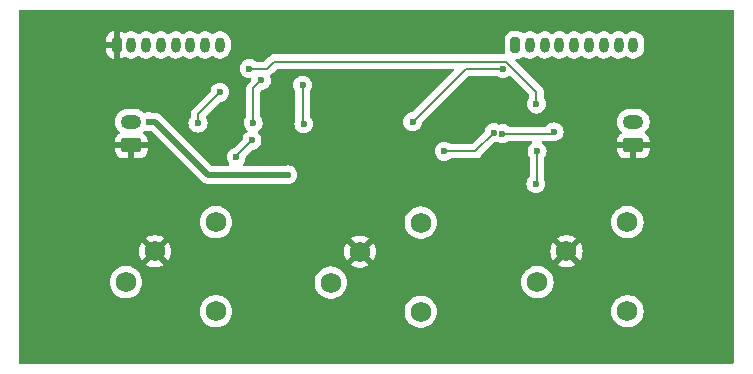
<source format=gbl>
G04 #@! TF.GenerationSoftware,KiCad,Pcbnew,8.0.8*
G04 #@! TF.CreationDate,2025-03-12T12:01:23+11:00*
G04 #@! TF.ProjectId,PCB_BackDesign,5043425f-4261-4636-9b44-657369676e2e,rev?*
G04 #@! TF.SameCoordinates,Original*
G04 #@! TF.FileFunction,Copper,L2,Bot*
G04 #@! TF.FilePolarity,Positive*
%FSLAX46Y46*%
G04 Gerber Fmt 4.6, Leading zero omitted, Abs format (unit mm)*
G04 Created by KiCad (PCBNEW 8.0.8) date 2025-03-12 12:01:23*
%MOMM*%
%LPD*%
G01*
G04 APERTURE LIST*
G04 Aperture macros list*
%AMRoundRect*
0 Rectangle with rounded corners*
0 $1 Rounding radius*
0 $2 $3 $4 $5 $6 $7 $8 $9 X,Y pos of 4 corners*
0 Add a 4 corners polygon primitive as box body*
4,1,4,$2,$3,$4,$5,$6,$7,$8,$9,$2,$3,0*
0 Add four circle primitives for the rounded corners*
1,1,$1+$1,$2,$3*
1,1,$1+$1,$4,$5*
1,1,$1+$1,$6,$7*
1,1,$1+$1,$8,$9*
0 Add four rect primitives between the rounded corners*
20,1,$1+$1,$2,$3,$4,$5,0*
20,1,$1+$1,$4,$5,$6,$7,0*
20,1,$1+$1,$6,$7,$8,$9,0*
20,1,$1+$1,$8,$9,$2,$3,0*%
G04 Aperture macros list end*
G04 #@! TA.AperFunction,ComponentPad*
%ADD10C,1.727200*%
G04 #@! TD*
G04 #@! TA.AperFunction,ComponentPad*
%ADD11RoundRect,0.200000X-0.200000X-0.450000X0.200000X-0.450000X0.200000X0.450000X-0.200000X0.450000X0*%
G04 #@! TD*
G04 #@! TA.AperFunction,ComponentPad*
%ADD12O,0.800000X1.300000*%
G04 #@! TD*
G04 #@! TA.AperFunction,ComponentPad*
%ADD13RoundRect,0.250000X0.625000X-0.350000X0.625000X0.350000X-0.625000X0.350000X-0.625000X-0.350000X0*%
G04 #@! TD*
G04 #@! TA.AperFunction,ComponentPad*
%ADD14O,1.750000X1.200000*%
G04 #@! TD*
G04 #@! TA.AperFunction,ViaPad*
%ADD15C,0.600000*%
G04 #@! TD*
G04 #@! TA.AperFunction,Conductor*
%ADD16C,0.200000*%
G04 #@! TD*
G04 #@! TA.AperFunction,Conductor*
%ADD17C,0.500000*%
G04 #@! TD*
G04 APERTURE END LIST*
D10*
X127156200Y-93543800D03*
X122000000Y-88463800D03*
X119536200Y-91080000D03*
X127156200Y-86000000D03*
X144500000Y-93580000D03*
X139343800Y-88500000D03*
X136880000Y-91116200D03*
X144500000Y-86036200D03*
X162000000Y-93543800D03*
X156843800Y-88463800D03*
X154380000Y-91080000D03*
X162000000Y-86000000D03*
D11*
X118750000Y-71000000D03*
D12*
X120000000Y-71000000D03*
X121250000Y-71000000D03*
X122500000Y-71000000D03*
X123750000Y-71000000D03*
X125000000Y-71000000D03*
X126250000Y-71000000D03*
X127500000Y-71000000D03*
D11*
X152500000Y-71000000D03*
D12*
X153750000Y-71000000D03*
X155000000Y-71000000D03*
X156250000Y-71000000D03*
X157500000Y-71000000D03*
X158750000Y-71000000D03*
X160000000Y-71000000D03*
X161250000Y-71000000D03*
X162500000Y-71000000D03*
D13*
X120000000Y-79500000D03*
D14*
X120000000Y-77500000D03*
D13*
X162500000Y-79500000D03*
D14*
X162500000Y-77500000D03*
D15*
X146496879Y-80002434D03*
X151425630Y-78501785D03*
X128875829Y-80506535D03*
X130212500Y-79072500D03*
X150695000Y-78420792D03*
X155800630Y-78350000D03*
X133250000Y-82000000D03*
X121500000Y-77500000D03*
X154250000Y-82750000D03*
X154350000Y-80000000D03*
X130000000Y-73000000D03*
X154300630Y-76000000D03*
X146000000Y-74000000D03*
X146000000Y-71000000D03*
X139000000Y-71000000D03*
X139000000Y-74000000D03*
X131000000Y-74000000D03*
X130320000Y-77572500D03*
X134500000Y-74400000D03*
X134607500Y-77682500D03*
X127500000Y-75000000D03*
X125645000Y-77610000D03*
X151500000Y-73000000D03*
X143821876Y-77500000D03*
D16*
X151425630Y-78501785D02*
X155648845Y-78501785D01*
X128875829Y-80506535D02*
X128875829Y-80409171D01*
X146496879Y-80002434D02*
X149113358Y-80002434D01*
X149113358Y-80002434D02*
X150695000Y-78420792D01*
X155648845Y-78501785D02*
X155800630Y-78350000D01*
X128875829Y-80409171D02*
X130212500Y-79072500D01*
D17*
X133250000Y-82000000D02*
X126500000Y-82000000D01*
X122000000Y-77500000D02*
X121500000Y-77500000D01*
X126500000Y-82000000D02*
X122000000Y-77500000D01*
D16*
X154250000Y-82750000D02*
X154350000Y-82650000D01*
X154350000Y-82650000D02*
X154350000Y-80000000D01*
X151748529Y-72400000D02*
X154300630Y-74952101D01*
X154300630Y-74952101D02*
X154300630Y-76000000D01*
X132100000Y-72400000D02*
X151748529Y-72400000D01*
X131500000Y-73000000D02*
X132100000Y-72400000D01*
X130000000Y-73000000D02*
X131500000Y-73000000D01*
X131000000Y-74000000D02*
X130320000Y-74680000D01*
X130320000Y-74680000D02*
X130320000Y-77572500D01*
X134500000Y-74400000D02*
X134500000Y-77575000D01*
X134500000Y-77575000D02*
X134607500Y-77682500D01*
X125645000Y-76855000D02*
X125645000Y-77610000D01*
X127500000Y-75000000D02*
X125645000Y-76855000D01*
X148321876Y-73000000D02*
X143821876Y-77500000D01*
X151500000Y-73000000D02*
X148321876Y-73000000D01*
G04 #@! TA.AperFunction,Conductor*
G36*
X170943039Y-68019685D02*
G01*
X170988794Y-68072489D01*
X171000000Y-68124000D01*
X171000000Y-97876000D01*
X170980315Y-97943039D01*
X170927511Y-97988794D01*
X170876000Y-98000000D01*
X110624000Y-98000000D01*
X110556961Y-97980315D01*
X110511206Y-97927511D01*
X110500000Y-97876000D01*
X110500000Y-93543793D01*
X125787425Y-93543793D01*
X125787425Y-93543806D01*
X125806092Y-93769089D01*
X125861588Y-93988239D01*
X125952398Y-94195266D01*
X126076042Y-94384516D01*
X126076050Y-94384527D01*
X126229150Y-94550836D01*
X126229154Y-94550840D01*
X126407551Y-94689693D01*
X126606369Y-94797288D01*
X126606372Y-94797289D01*
X126820182Y-94870690D01*
X126820184Y-94870690D01*
X126820186Y-94870691D01*
X127043167Y-94907900D01*
X127043168Y-94907900D01*
X127269232Y-94907900D01*
X127269233Y-94907900D01*
X127492214Y-94870691D01*
X127706031Y-94797288D01*
X127904849Y-94689693D01*
X128083246Y-94550840D01*
X128203024Y-94420727D01*
X128236349Y-94384527D01*
X128236350Y-94384525D01*
X128236356Y-94384519D01*
X128360002Y-94195265D01*
X128450811Y-93988241D01*
X128506307Y-93769093D01*
X128521975Y-93580006D01*
X128521976Y-93579993D01*
X143131225Y-93579993D01*
X143131225Y-93580006D01*
X143149892Y-93805289D01*
X143205388Y-94024439D01*
X143296198Y-94231466D01*
X143419842Y-94420716D01*
X143419850Y-94420727D01*
X143539629Y-94550840D01*
X143572954Y-94587040D01*
X143751351Y-94725893D01*
X143950169Y-94833488D01*
X143950172Y-94833489D01*
X144163982Y-94906890D01*
X144163984Y-94906890D01*
X144163986Y-94906891D01*
X144386967Y-94944100D01*
X144386968Y-94944100D01*
X144613032Y-94944100D01*
X144613033Y-94944100D01*
X144836014Y-94906891D01*
X145049831Y-94833488D01*
X145248649Y-94725893D01*
X145427046Y-94587040D01*
X145580156Y-94420719D01*
X145703802Y-94231465D01*
X145794611Y-94024441D01*
X145850107Y-93805293D01*
X145868775Y-93580000D01*
X145868775Y-93579993D01*
X145865775Y-93543793D01*
X160631225Y-93543793D01*
X160631225Y-93543806D01*
X160649892Y-93769089D01*
X160705388Y-93988239D01*
X160796198Y-94195266D01*
X160919842Y-94384516D01*
X160919850Y-94384527D01*
X161072950Y-94550836D01*
X161072954Y-94550840D01*
X161251351Y-94689693D01*
X161450169Y-94797288D01*
X161450172Y-94797289D01*
X161663982Y-94870690D01*
X161663984Y-94870690D01*
X161663986Y-94870691D01*
X161886967Y-94907900D01*
X161886968Y-94907900D01*
X162113032Y-94907900D01*
X162113033Y-94907900D01*
X162336014Y-94870691D01*
X162549831Y-94797288D01*
X162748649Y-94689693D01*
X162927046Y-94550840D01*
X163046824Y-94420727D01*
X163080149Y-94384527D01*
X163080150Y-94384525D01*
X163080156Y-94384519D01*
X163203802Y-94195265D01*
X163294611Y-93988241D01*
X163350107Y-93769093D01*
X163365775Y-93580006D01*
X163368775Y-93543806D01*
X163368775Y-93543793D01*
X163353107Y-93354710D01*
X163350107Y-93318507D01*
X163294611Y-93099359D01*
X163203802Y-92892335D01*
X163080156Y-92703081D01*
X163080153Y-92703078D01*
X163080149Y-92703072D01*
X162927049Y-92536763D01*
X162927048Y-92536762D01*
X162927046Y-92536760D01*
X162748649Y-92397907D01*
X162696503Y-92369687D01*
X162549832Y-92290312D01*
X162549827Y-92290310D01*
X162336017Y-92216909D01*
X162168778Y-92189002D01*
X162113033Y-92179700D01*
X161886967Y-92179700D01*
X161842370Y-92187141D01*
X161663982Y-92216909D01*
X161450172Y-92290310D01*
X161450167Y-92290312D01*
X161251352Y-92397906D01*
X161072955Y-92536759D01*
X161072950Y-92536763D01*
X160919850Y-92703072D01*
X160919842Y-92703083D01*
X160796198Y-92892333D01*
X160705388Y-93099360D01*
X160649892Y-93318510D01*
X160631225Y-93543793D01*
X145865775Y-93543793D01*
X145850107Y-93354710D01*
X145850107Y-93354707D01*
X145794611Y-93135559D01*
X145703802Y-92928535D01*
X145680151Y-92892335D01*
X145580157Y-92739283D01*
X145580149Y-92739272D01*
X145427049Y-92572963D01*
X145427048Y-92572962D01*
X145427046Y-92572960D01*
X145248649Y-92434107D01*
X145198358Y-92406891D01*
X145049832Y-92326512D01*
X145049827Y-92326510D01*
X144836017Y-92253109D01*
X144668778Y-92225202D01*
X144613033Y-92215900D01*
X144386967Y-92215900D01*
X144342370Y-92223341D01*
X144163982Y-92253109D01*
X143950172Y-92326510D01*
X143950167Y-92326512D01*
X143751352Y-92434106D01*
X143572955Y-92572959D01*
X143572950Y-92572963D01*
X143419850Y-92739272D01*
X143419842Y-92739283D01*
X143296198Y-92928533D01*
X143205388Y-93135560D01*
X143149892Y-93354710D01*
X143131225Y-93579993D01*
X128521976Y-93579993D01*
X128524975Y-93543806D01*
X128524975Y-93543793D01*
X128509307Y-93354710D01*
X128506307Y-93318507D01*
X128450811Y-93099359D01*
X128360002Y-92892335D01*
X128236356Y-92703081D01*
X128236353Y-92703078D01*
X128236349Y-92703072D01*
X128083249Y-92536763D01*
X128083248Y-92536762D01*
X128083246Y-92536760D01*
X127904849Y-92397907D01*
X127852703Y-92369687D01*
X127706032Y-92290312D01*
X127706027Y-92290310D01*
X127492217Y-92216909D01*
X127324978Y-92189002D01*
X127269233Y-92179700D01*
X127043167Y-92179700D01*
X126998570Y-92187141D01*
X126820182Y-92216909D01*
X126606372Y-92290310D01*
X126606367Y-92290312D01*
X126407552Y-92397906D01*
X126229155Y-92536759D01*
X126229150Y-92536763D01*
X126076050Y-92703072D01*
X126076042Y-92703083D01*
X125952398Y-92892333D01*
X125861588Y-93099360D01*
X125806092Y-93318510D01*
X125787425Y-93543793D01*
X110500000Y-93543793D01*
X110500000Y-91079993D01*
X118167425Y-91079993D01*
X118167425Y-91080006D01*
X118186092Y-91305289D01*
X118241588Y-91524439D01*
X118332398Y-91731466D01*
X118456042Y-91920716D01*
X118456050Y-91920727D01*
X118609150Y-92087036D01*
X118609154Y-92087040D01*
X118787551Y-92225893D01*
X118986369Y-92333488D01*
X118986372Y-92333489D01*
X119200182Y-92406890D01*
X119200184Y-92406890D01*
X119200186Y-92406891D01*
X119423167Y-92444100D01*
X119423168Y-92444100D01*
X119649232Y-92444100D01*
X119649233Y-92444100D01*
X119872214Y-92406891D01*
X120086031Y-92333488D01*
X120284849Y-92225893D01*
X120463246Y-92087040D01*
X120583024Y-91956927D01*
X120616349Y-91920727D01*
X120616350Y-91920725D01*
X120616356Y-91920719D01*
X120740002Y-91731465D01*
X120830811Y-91524441D01*
X120886307Y-91305293D01*
X120901975Y-91116206D01*
X120901976Y-91116193D01*
X135511225Y-91116193D01*
X135511225Y-91116206D01*
X135529892Y-91341489D01*
X135585388Y-91560639D01*
X135676198Y-91767666D01*
X135799842Y-91956916D01*
X135799850Y-91956927D01*
X135919629Y-92087040D01*
X135952954Y-92123240D01*
X136131351Y-92262093D01*
X136330169Y-92369688D01*
X136330172Y-92369689D01*
X136543982Y-92443090D01*
X136543984Y-92443090D01*
X136543986Y-92443091D01*
X136766967Y-92480300D01*
X136766968Y-92480300D01*
X136993032Y-92480300D01*
X136993033Y-92480300D01*
X137216014Y-92443091D01*
X137429831Y-92369688D01*
X137628649Y-92262093D01*
X137807046Y-92123240D01*
X137960156Y-91956919D01*
X138083802Y-91767665D01*
X138174611Y-91560641D01*
X138230107Y-91341493D01*
X138248775Y-91116200D01*
X138248775Y-91116193D01*
X138245775Y-91079993D01*
X153011225Y-91079993D01*
X153011225Y-91080006D01*
X153029892Y-91305289D01*
X153085388Y-91524439D01*
X153176198Y-91731466D01*
X153299842Y-91920716D01*
X153299850Y-91920727D01*
X153452950Y-92087036D01*
X153452954Y-92087040D01*
X153631351Y-92225893D01*
X153830169Y-92333488D01*
X153830172Y-92333489D01*
X154043982Y-92406890D01*
X154043984Y-92406890D01*
X154043986Y-92406891D01*
X154266967Y-92444100D01*
X154266968Y-92444100D01*
X154493032Y-92444100D01*
X154493033Y-92444100D01*
X154716014Y-92406891D01*
X154929831Y-92333488D01*
X155128649Y-92225893D01*
X155307046Y-92087040D01*
X155426824Y-91956927D01*
X155460149Y-91920727D01*
X155460150Y-91920725D01*
X155460156Y-91920719D01*
X155583802Y-91731465D01*
X155674611Y-91524441D01*
X155730107Y-91305293D01*
X155745775Y-91116206D01*
X155748775Y-91080006D01*
X155748775Y-91079993D01*
X155733107Y-90890910D01*
X155730107Y-90854707D01*
X155674611Y-90635559D01*
X155583802Y-90428535D01*
X155460156Y-90239281D01*
X155460153Y-90239278D01*
X155460149Y-90239272D01*
X155307049Y-90072963D01*
X155307048Y-90072962D01*
X155307046Y-90072960D01*
X155128649Y-89934107D01*
X154996723Y-89862712D01*
X154929832Y-89826512D01*
X154929827Y-89826510D01*
X154716017Y-89753109D01*
X154548778Y-89725202D01*
X154493033Y-89715900D01*
X154266967Y-89715900D01*
X154222370Y-89723341D01*
X154043982Y-89753109D01*
X153830172Y-89826510D01*
X153830167Y-89826512D01*
X153631352Y-89934106D01*
X153452955Y-90072959D01*
X153452950Y-90072963D01*
X153299850Y-90239272D01*
X153299842Y-90239283D01*
X153176198Y-90428533D01*
X153085388Y-90635560D01*
X153029892Y-90854710D01*
X153011225Y-91079993D01*
X138245775Y-91079993D01*
X138230107Y-90890910D01*
X138230107Y-90890907D01*
X138174611Y-90671759D01*
X138083802Y-90464735D01*
X138060151Y-90428535D01*
X137960157Y-90275483D01*
X137960149Y-90275472D01*
X137807049Y-90109163D01*
X137807048Y-90109162D01*
X137807046Y-90109160D01*
X137628649Y-89970307D01*
X137602390Y-89956096D01*
X137429832Y-89862712D01*
X137429827Y-89862710D01*
X137216017Y-89789309D01*
X137048778Y-89761402D01*
X136993033Y-89752100D01*
X136766967Y-89752100D01*
X136722370Y-89759541D01*
X136543982Y-89789309D01*
X136330172Y-89862710D01*
X136330167Y-89862712D01*
X136131352Y-89970306D01*
X135952955Y-90109159D01*
X135952950Y-90109163D01*
X135799850Y-90275472D01*
X135799842Y-90275483D01*
X135676198Y-90464733D01*
X135585388Y-90671760D01*
X135529892Y-90890910D01*
X135511225Y-91116193D01*
X120901976Y-91116193D01*
X120904975Y-91080006D01*
X120904975Y-91079993D01*
X120889307Y-90890910D01*
X120886307Y-90854707D01*
X120830811Y-90635559D01*
X120740002Y-90428535D01*
X120616356Y-90239281D01*
X120616353Y-90239278D01*
X120616349Y-90239272D01*
X120463249Y-90072963D01*
X120463248Y-90072962D01*
X120463246Y-90072960D01*
X120284849Y-89934107D01*
X120152923Y-89862712D01*
X120086032Y-89826512D01*
X120086027Y-89826510D01*
X119872217Y-89753109D01*
X119704978Y-89725202D01*
X119649233Y-89715900D01*
X119423167Y-89715900D01*
X119378570Y-89723341D01*
X119200182Y-89753109D01*
X118986372Y-89826510D01*
X118986367Y-89826512D01*
X118787552Y-89934106D01*
X118609155Y-90072959D01*
X118609150Y-90072963D01*
X118456050Y-90239272D01*
X118456042Y-90239283D01*
X118332398Y-90428533D01*
X118241588Y-90635560D01*
X118186092Y-90854710D01*
X118167425Y-91079993D01*
X110500000Y-91079993D01*
X110500000Y-88463793D01*
X120631727Y-88463793D01*
X120631727Y-88463806D01*
X120650386Y-88689002D01*
X120650388Y-88689013D01*
X120705863Y-88908078D01*
X120796638Y-89115022D01*
X120875111Y-89235135D01*
X121429878Y-88680368D01*
X121459779Y-88752554D01*
X121526492Y-88852398D01*
X121611402Y-88937308D01*
X121711246Y-89004021D01*
X121783431Y-89033921D01*
X121227139Y-89590212D01*
X121251628Y-89609272D01*
X121450369Y-89716827D01*
X121450375Y-89716829D01*
X121664106Y-89790203D01*
X121887010Y-89827400D01*
X122112990Y-89827400D01*
X122335893Y-89790203D01*
X122549624Y-89716829D01*
X122549639Y-89716822D01*
X122748367Y-89609275D01*
X122748377Y-89609268D01*
X122772859Y-89590213D01*
X122772860Y-89590212D01*
X122216568Y-89033921D01*
X122288754Y-89004021D01*
X122388598Y-88937308D01*
X122473508Y-88852398D01*
X122540221Y-88752554D01*
X122570121Y-88680369D01*
X123124887Y-89235135D01*
X123203359Y-89115027D01*
X123294136Y-88908078D01*
X123349611Y-88689013D01*
X123349613Y-88689002D01*
X123365275Y-88499993D01*
X137975527Y-88499993D01*
X137975527Y-88500006D01*
X137994186Y-88725202D01*
X137994188Y-88725213D01*
X138049663Y-88944278D01*
X138140438Y-89151222D01*
X138218911Y-89271335D01*
X138773678Y-88716568D01*
X138803579Y-88788754D01*
X138870292Y-88888598D01*
X138955202Y-88973508D01*
X139055046Y-89040221D01*
X139127231Y-89070121D01*
X138570939Y-89626412D01*
X138595428Y-89645472D01*
X138794169Y-89753027D01*
X138794175Y-89753029D01*
X139007906Y-89826403D01*
X139230810Y-89863600D01*
X139456790Y-89863600D01*
X139679693Y-89826403D01*
X139893424Y-89753029D01*
X139893439Y-89753022D01*
X140092167Y-89645475D01*
X140092177Y-89645468D01*
X140116659Y-89626413D01*
X140116660Y-89626412D01*
X139560368Y-89070121D01*
X139632554Y-89040221D01*
X139732398Y-88973508D01*
X139817308Y-88888598D01*
X139884021Y-88788754D01*
X139913921Y-88716569D01*
X140468687Y-89271335D01*
X140547159Y-89151227D01*
X140637936Y-88944278D01*
X140693411Y-88725213D01*
X140693413Y-88725202D01*
X140712073Y-88500006D01*
X140712073Y-88499993D01*
X140709073Y-88463793D01*
X155475527Y-88463793D01*
X155475527Y-88463806D01*
X155494186Y-88689002D01*
X155494188Y-88689013D01*
X155549663Y-88908078D01*
X155640438Y-89115022D01*
X155718911Y-89235135D01*
X156273678Y-88680368D01*
X156303579Y-88752554D01*
X156370292Y-88852398D01*
X156455202Y-88937308D01*
X156555046Y-89004021D01*
X156627231Y-89033921D01*
X156070939Y-89590212D01*
X156095428Y-89609272D01*
X156294169Y-89716827D01*
X156294175Y-89716829D01*
X156507906Y-89790203D01*
X156730810Y-89827400D01*
X156956790Y-89827400D01*
X157179693Y-89790203D01*
X157393424Y-89716829D01*
X157393439Y-89716822D01*
X157592167Y-89609275D01*
X157592177Y-89609268D01*
X157616659Y-89590213D01*
X157616660Y-89590212D01*
X157060368Y-89033921D01*
X157132554Y-89004021D01*
X157232398Y-88937308D01*
X157317308Y-88852398D01*
X157384021Y-88752554D01*
X157413921Y-88680369D01*
X157968687Y-89235135D01*
X158047159Y-89115027D01*
X158137936Y-88908078D01*
X158193411Y-88689013D01*
X158193413Y-88689002D01*
X158212073Y-88463806D01*
X158212073Y-88463793D01*
X158193413Y-88238597D01*
X158193411Y-88238586D01*
X158137936Y-88019521D01*
X158047161Y-87812577D01*
X157968687Y-87692463D01*
X157413920Y-88247230D01*
X157384021Y-88175046D01*
X157317308Y-88075202D01*
X157232398Y-87990292D01*
X157132554Y-87923579D01*
X157060366Y-87893678D01*
X157616659Y-87337386D01*
X157616659Y-87337384D01*
X157592182Y-87318333D01*
X157592176Y-87318329D01*
X157393430Y-87210772D01*
X157393424Y-87210770D01*
X157179693Y-87137396D01*
X156956790Y-87100200D01*
X156730810Y-87100200D01*
X156507906Y-87137396D01*
X156294175Y-87210770D01*
X156294169Y-87210772D01*
X156095424Y-87318329D01*
X156095423Y-87318330D01*
X156070939Y-87337385D01*
X156070939Y-87337387D01*
X156627231Y-87893678D01*
X156555046Y-87923579D01*
X156455202Y-87990292D01*
X156370292Y-88075202D01*
X156303579Y-88175046D01*
X156273678Y-88247231D01*
X155718911Y-87692463D01*
X155640439Y-87812574D01*
X155549663Y-88019521D01*
X155494188Y-88238586D01*
X155494186Y-88238597D01*
X155475527Y-88463793D01*
X140709073Y-88463793D01*
X140693413Y-88274797D01*
X140693411Y-88274786D01*
X140637936Y-88055721D01*
X140547161Y-87848777D01*
X140468687Y-87728663D01*
X139913920Y-88283430D01*
X139884021Y-88211246D01*
X139817308Y-88111402D01*
X139732398Y-88026492D01*
X139632554Y-87959779D01*
X139560366Y-87929878D01*
X140116659Y-87373586D01*
X140116659Y-87373584D01*
X140092182Y-87354533D01*
X140092176Y-87354529D01*
X139893430Y-87246972D01*
X139893424Y-87246970D01*
X139679693Y-87173596D01*
X139456790Y-87136400D01*
X139230810Y-87136400D01*
X139007906Y-87173596D01*
X138794175Y-87246970D01*
X138794169Y-87246972D01*
X138595424Y-87354529D01*
X138595423Y-87354530D01*
X138570939Y-87373585D01*
X138570939Y-87373587D01*
X139127231Y-87929878D01*
X139055046Y-87959779D01*
X138955202Y-88026492D01*
X138870292Y-88111402D01*
X138803579Y-88211246D01*
X138773678Y-88283431D01*
X138218911Y-87728663D01*
X138140439Y-87848774D01*
X138049663Y-88055721D01*
X137994188Y-88274786D01*
X137994186Y-88274797D01*
X137975527Y-88499993D01*
X123365275Y-88499993D01*
X123368273Y-88463806D01*
X123368273Y-88463793D01*
X123349613Y-88238597D01*
X123349611Y-88238586D01*
X123294136Y-88019521D01*
X123203361Y-87812577D01*
X123124887Y-87692463D01*
X122570120Y-88247230D01*
X122540221Y-88175046D01*
X122473508Y-88075202D01*
X122388598Y-87990292D01*
X122288754Y-87923579D01*
X122216566Y-87893678D01*
X122772859Y-87337386D01*
X122772859Y-87337384D01*
X122748382Y-87318333D01*
X122748376Y-87318329D01*
X122549630Y-87210772D01*
X122549624Y-87210770D01*
X122335893Y-87137396D01*
X122112990Y-87100200D01*
X121887010Y-87100200D01*
X121664106Y-87137396D01*
X121450375Y-87210770D01*
X121450369Y-87210772D01*
X121251624Y-87318329D01*
X121251623Y-87318330D01*
X121227139Y-87337385D01*
X121227139Y-87337387D01*
X121783431Y-87893678D01*
X121711246Y-87923579D01*
X121611402Y-87990292D01*
X121526492Y-88075202D01*
X121459779Y-88175046D01*
X121429878Y-88247231D01*
X120875111Y-87692463D01*
X120796639Y-87812574D01*
X120705863Y-88019521D01*
X120650388Y-88238586D01*
X120650386Y-88238597D01*
X120631727Y-88463793D01*
X110500000Y-88463793D01*
X110500000Y-85999993D01*
X125787425Y-85999993D01*
X125787425Y-86000006D01*
X125806092Y-86225289D01*
X125861588Y-86444439D01*
X125952398Y-86651466D01*
X126076042Y-86840716D01*
X126076050Y-86840727D01*
X126229150Y-87007036D01*
X126229154Y-87007040D01*
X126407551Y-87145893D01*
X126606369Y-87253488D01*
X126606372Y-87253489D01*
X126820182Y-87326890D01*
X126820184Y-87326890D01*
X126820186Y-87326891D01*
X127043167Y-87364100D01*
X127043168Y-87364100D01*
X127269232Y-87364100D01*
X127269233Y-87364100D01*
X127492214Y-87326891D01*
X127706031Y-87253488D01*
X127904849Y-87145893D01*
X128083246Y-87007040D01*
X128203024Y-86876927D01*
X128236349Y-86840727D01*
X128236350Y-86840725D01*
X128236356Y-86840719D01*
X128360002Y-86651465D01*
X128450811Y-86444441D01*
X128506307Y-86225293D01*
X128521975Y-86036206D01*
X128521976Y-86036193D01*
X143131225Y-86036193D01*
X143131225Y-86036206D01*
X143149892Y-86261489D01*
X143205388Y-86480639D01*
X143296198Y-86687666D01*
X143419842Y-86876916D01*
X143419850Y-86876927D01*
X143539629Y-87007040D01*
X143572954Y-87043240D01*
X143751351Y-87182093D01*
X143950169Y-87289688D01*
X143950172Y-87289689D01*
X144163982Y-87363090D01*
X144163984Y-87363090D01*
X144163986Y-87363091D01*
X144386967Y-87400300D01*
X144386968Y-87400300D01*
X144613032Y-87400300D01*
X144613033Y-87400300D01*
X144836014Y-87363091D01*
X145049831Y-87289688D01*
X145248649Y-87182093D01*
X145427046Y-87043240D01*
X145580156Y-86876919D01*
X145703802Y-86687665D01*
X145794611Y-86480641D01*
X145850107Y-86261493D01*
X145868775Y-86036200D01*
X145868775Y-86036193D01*
X145865775Y-85999993D01*
X160631225Y-85999993D01*
X160631225Y-86000006D01*
X160649892Y-86225289D01*
X160705388Y-86444439D01*
X160796198Y-86651466D01*
X160919842Y-86840716D01*
X160919850Y-86840727D01*
X161072950Y-87007036D01*
X161072954Y-87007040D01*
X161251351Y-87145893D01*
X161450169Y-87253488D01*
X161450172Y-87253489D01*
X161663982Y-87326890D01*
X161663984Y-87326890D01*
X161663986Y-87326891D01*
X161886967Y-87364100D01*
X161886968Y-87364100D01*
X162113032Y-87364100D01*
X162113033Y-87364100D01*
X162336014Y-87326891D01*
X162549831Y-87253488D01*
X162748649Y-87145893D01*
X162927046Y-87007040D01*
X163046824Y-86876927D01*
X163080149Y-86840727D01*
X163080150Y-86840725D01*
X163080156Y-86840719D01*
X163203802Y-86651465D01*
X163294611Y-86444441D01*
X163350107Y-86225293D01*
X163365775Y-86036206D01*
X163368775Y-86000006D01*
X163368775Y-85999993D01*
X163353107Y-85810910D01*
X163350107Y-85774707D01*
X163294611Y-85555559D01*
X163203802Y-85348535D01*
X163080156Y-85159281D01*
X163080153Y-85159278D01*
X163080149Y-85159272D01*
X162927049Y-84992963D01*
X162927048Y-84992962D01*
X162927046Y-84992960D01*
X162748649Y-84854107D01*
X162616723Y-84782712D01*
X162549832Y-84746512D01*
X162549827Y-84746510D01*
X162336017Y-84673109D01*
X162168778Y-84645202D01*
X162113033Y-84635900D01*
X161886967Y-84635900D01*
X161842370Y-84643341D01*
X161663982Y-84673109D01*
X161450172Y-84746510D01*
X161450167Y-84746512D01*
X161251352Y-84854106D01*
X161072955Y-84992959D01*
X161072950Y-84992963D01*
X160919850Y-85159272D01*
X160919842Y-85159283D01*
X160796198Y-85348533D01*
X160705388Y-85555560D01*
X160649892Y-85774710D01*
X160631225Y-85999993D01*
X145865775Y-85999993D01*
X145850107Y-85810910D01*
X145850107Y-85810907D01*
X145794611Y-85591759D01*
X145703802Y-85384735D01*
X145680151Y-85348535D01*
X145580157Y-85195483D01*
X145580149Y-85195472D01*
X145427049Y-85029163D01*
X145427048Y-85029162D01*
X145427046Y-85029160D01*
X145248649Y-84890307D01*
X145222390Y-84876096D01*
X145049832Y-84782712D01*
X145049827Y-84782710D01*
X144836017Y-84709309D01*
X144668778Y-84681402D01*
X144613033Y-84672100D01*
X144386967Y-84672100D01*
X144342370Y-84679541D01*
X144163982Y-84709309D01*
X143950172Y-84782710D01*
X143950167Y-84782712D01*
X143751352Y-84890306D01*
X143572955Y-85029159D01*
X143572950Y-85029163D01*
X143419850Y-85195472D01*
X143419842Y-85195483D01*
X143296198Y-85384733D01*
X143205388Y-85591760D01*
X143149892Y-85810910D01*
X143131225Y-86036193D01*
X128521976Y-86036193D01*
X128524975Y-86000006D01*
X128524975Y-85999993D01*
X128509307Y-85810910D01*
X128506307Y-85774707D01*
X128450811Y-85555559D01*
X128360002Y-85348535D01*
X128236356Y-85159281D01*
X128236353Y-85159278D01*
X128236349Y-85159272D01*
X128083249Y-84992963D01*
X128083248Y-84992962D01*
X128083246Y-84992960D01*
X127904849Y-84854107D01*
X127772923Y-84782712D01*
X127706032Y-84746512D01*
X127706027Y-84746510D01*
X127492217Y-84673109D01*
X127324978Y-84645202D01*
X127269233Y-84635900D01*
X127043167Y-84635900D01*
X126998570Y-84643341D01*
X126820182Y-84673109D01*
X126606372Y-84746510D01*
X126606367Y-84746512D01*
X126407552Y-84854106D01*
X126229155Y-84992959D01*
X126229150Y-84992963D01*
X126076050Y-85159272D01*
X126076042Y-85159283D01*
X125952398Y-85348533D01*
X125861588Y-85555560D01*
X125806092Y-85774710D01*
X125787425Y-85999993D01*
X110500000Y-85999993D01*
X110500000Y-77413389D01*
X118624500Y-77413389D01*
X118624500Y-77586611D01*
X118628205Y-77610003D01*
X118648471Y-77737962D01*
X118651598Y-77757701D01*
X118688726Y-77871969D01*
X118705128Y-77922447D01*
X118724019Y-77959523D01*
X118783768Y-78076788D01*
X118885586Y-78216928D01*
X118885588Y-78216930D01*
X118993491Y-78324833D01*
X119026976Y-78386156D01*
X119021992Y-78455848D01*
X118980120Y-78511781D01*
X118970907Y-78518053D01*
X118906654Y-78557684D01*
X118782684Y-78681654D01*
X118690643Y-78830875D01*
X118690641Y-78830880D01*
X118635494Y-78997302D01*
X118635493Y-78997309D01*
X118625000Y-79100013D01*
X118625000Y-79250000D01*
X119719670Y-79250000D01*
X119699925Y-79269745D01*
X119650556Y-79355255D01*
X119625000Y-79450630D01*
X119625000Y-79549370D01*
X119650556Y-79644745D01*
X119699925Y-79730255D01*
X119719670Y-79750000D01*
X118625001Y-79750000D01*
X118625001Y-79899986D01*
X118635494Y-80002697D01*
X118690641Y-80169119D01*
X118690643Y-80169124D01*
X118782684Y-80318345D01*
X118906654Y-80442315D01*
X119055875Y-80534356D01*
X119055880Y-80534358D01*
X119222302Y-80589505D01*
X119222309Y-80589506D01*
X119325019Y-80599999D01*
X119749999Y-80599999D01*
X119750000Y-80599998D01*
X119750000Y-79780330D01*
X119769745Y-79800075D01*
X119855255Y-79849444D01*
X119950630Y-79875000D01*
X120049370Y-79875000D01*
X120144745Y-79849444D01*
X120230255Y-79800075D01*
X120250000Y-79780330D01*
X120250000Y-80599999D01*
X120674972Y-80599999D01*
X120674986Y-80599998D01*
X120777697Y-80589505D01*
X120944119Y-80534358D01*
X120944124Y-80534356D01*
X121093345Y-80442315D01*
X121217315Y-80318345D01*
X121309356Y-80169124D01*
X121309358Y-80169119D01*
X121364505Y-80002697D01*
X121364506Y-80002690D01*
X121374999Y-79899986D01*
X121375000Y-79899973D01*
X121375000Y-79750000D01*
X120280330Y-79750000D01*
X120300075Y-79730255D01*
X120349444Y-79644745D01*
X120375000Y-79549370D01*
X120375000Y-79450630D01*
X120349444Y-79355255D01*
X120300075Y-79269745D01*
X120280330Y-79250000D01*
X121374999Y-79250000D01*
X121374999Y-79100028D01*
X121374998Y-79100013D01*
X121364505Y-78997302D01*
X121309358Y-78830880D01*
X121309356Y-78830875D01*
X121217315Y-78681654D01*
X121093345Y-78557684D01*
X121029093Y-78518053D01*
X120982369Y-78466105D01*
X120971147Y-78397142D01*
X120998990Y-78333060D01*
X121006508Y-78324834D01*
X121033053Y-78298289D01*
X121062105Y-78269236D01*
X121123426Y-78235752D01*
X121190738Y-78239876D01*
X121246964Y-78259551D01*
X121320740Y-78285367D01*
X121320750Y-78285369D01*
X121499996Y-78305565D01*
X121500000Y-78305565D01*
X121500003Y-78305565D01*
X121660129Y-78287523D01*
X121728951Y-78299577D01*
X121761694Y-78323062D01*
X126021586Y-82582954D01*
X126049639Y-82601697D01*
X126091723Y-82629816D01*
X126144505Y-82665084D01*
X126144507Y-82665085D01*
X126144511Y-82665087D01*
X126281082Y-82721656D01*
X126281087Y-82721658D01*
X126281091Y-82721658D01*
X126281092Y-82721659D01*
X126426079Y-82750500D01*
X126426082Y-82750500D01*
X126426083Y-82750500D01*
X126573917Y-82750500D01*
X132950028Y-82750500D01*
X132990983Y-82757458D01*
X133070745Y-82785368D01*
X133070750Y-82785369D01*
X133249996Y-82805565D01*
X133250000Y-82805565D01*
X133250004Y-82805565D01*
X133429249Y-82785369D01*
X133429252Y-82785368D01*
X133429255Y-82785368D01*
X133599522Y-82725789D01*
X133752262Y-82629816D01*
X133879816Y-82502262D01*
X133975789Y-82349522D01*
X134035368Y-82179255D01*
X134042024Y-82120184D01*
X134055565Y-82000003D01*
X134055565Y-81999996D01*
X134035369Y-81820750D01*
X134035368Y-81820745D01*
X133975788Y-81650476D01*
X133879815Y-81497737D01*
X133752262Y-81370184D01*
X133599523Y-81274211D01*
X133429254Y-81214631D01*
X133429249Y-81214630D01*
X133250004Y-81194435D01*
X133249996Y-81194435D01*
X133070750Y-81214630D01*
X133070745Y-81214631D01*
X132990983Y-81242542D01*
X132950028Y-81249500D01*
X129564304Y-81249500D01*
X129497265Y-81229815D01*
X129451510Y-81177011D01*
X129441566Y-81107853D01*
X129470591Y-81044297D01*
X129476623Y-81037819D01*
X129505645Y-81008797D01*
X129601618Y-80856057D01*
X129661197Y-80685790D01*
X129667230Y-80632250D01*
X129681394Y-80506537D01*
X129681394Y-80504202D01*
X129681821Y-80502747D01*
X129682174Y-80499615D01*
X129682722Y-80499676D01*
X129701079Y-80437163D01*
X129717713Y-80416521D01*
X129965115Y-80169119D01*
X130131803Y-80002430D01*
X145691314Y-80002430D01*
X145691314Y-80002437D01*
X145711509Y-80181683D01*
X145711510Y-80181688D01*
X145771090Y-80351957D01*
X145863870Y-80499615D01*
X145867063Y-80504696D01*
X145994617Y-80632250D01*
X146147357Y-80728223D01*
X146317624Y-80787802D01*
X146317629Y-80787803D01*
X146496875Y-80807999D01*
X146496879Y-80807999D01*
X146496883Y-80807999D01*
X146676128Y-80787803D01*
X146676131Y-80787802D01*
X146676134Y-80787802D01*
X146846401Y-80728223D01*
X146999141Y-80632250D01*
X146999146Y-80632244D01*
X147001976Y-80629989D01*
X147004154Y-80629099D01*
X147005037Y-80628545D01*
X147005134Y-80628699D01*
X147066662Y-80603579D01*
X147079291Y-80602934D01*
X149026689Y-80602934D01*
X149026705Y-80602935D01*
X149034301Y-80602935D01*
X149192412Y-80602935D01*
X149192415Y-80602935D01*
X149345143Y-80562011D01*
X149395262Y-80533073D01*
X149482074Y-80482954D01*
X149593878Y-80371150D01*
X149593878Y-80371148D01*
X149604086Y-80360941D01*
X149604087Y-80360938D01*
X150713536Y-79251490D01*
X150774857Y-79218007D01*
X150787310Y-79215955D01*
X150874255Y-79206160D01*
X150925652Y-79188174D01*
X150995427Y-79184612D01*
X151032577Y-79200222D01*
X151076106Y-79227573D01*
X151076108Y-79227574D01*
X151196626Y-79269745D01*
X151246375Y-79287153D01*
X151246380Y-79287154D01*
X151425626Y-79307350D01*
X151425630Y-79307350D01*
X151425634Y-79307350D01*
X151604879Y-79287154D01*
X151604882Y-79287153D01*
X151604885Y-79287153D01*
X151775152Y-79227574D01*
X151927892Y-79131601D01*
X151927897Y-79131595D01*
X151930727Y-79129340D01*
X151932905Y-79128450D01*
X151933788Y-79127896D01*
X151933885Y-79128050D01*
X151995413Y-79102930D01*
X152008042Y-79102285D01*
X153843683Y-79102285D01*
X153910722Y-79121970D01*
X153956477Y-79174774D01*
X153966421Y-79243932D01*
X153937396Y-79307488D01*
X153909655Y-79331279D01*
X153847737Y-79370184D01*
X153720184Y-79497737D01*
X153624211Y-79650476D01*
X153564631Y-79820745D01*
X153564630Y-79820750D01*
X153544435Y-79999996D01*
X153544435Y-80000003D01*
X153564630Y-80179249D01*
X153564631Y-80179254D01*
X153624211Y-80349523D01*
X153682517Y-80442315D01*
X153708051Y-80482953D01*
X153720185Y-80502263D01*
X153722445Y-80505097D01*
X153723334Y-80507275D01*
X153723889Y-80508158D01*
X153723734Y-80508255D01*
X153748855Y-80569783D01*
X153749500Y-80582412D01*
X153749500Y-82067059D01*
X153729815Y-82134098D01*
X153713182Y-82154740D01*
X153620183Y-82247739D01*
X153524211Y-82400476D01*
X153464631Y-82570745D01*
X153464630Y-82570750D01*
X153444435Y-82749996D01*
X153444435Y-82750003D01*
X153464630Y-82929249D01*
X153464631Y-82929254D01*
X153524211Y-83099523D01*
X153620184Y-83252262D01*
X153747738Y-83379816D01*
X153900478Y-83475789D01*
X154070745Y-83535368D01*
X154070750Y-83535369D01*
X154249996Y-83555565D01*
X154250000Y-83555565D01*
X154250004Y-83555565D01*
X154429249Y-83535369D01*
X154429252Y-83535368D01*
X154429255Y-83535368D01*
X154599522Y-83475789D01*
X154752262Y-83379816D01*
X154879816Y-83252262D01*
X154975789Y-83099522D01*
X155035368Y-82929255D01*
X155035369Y-82929249D01*
X155055565Y-82750003D01*
X155055565Y-82749996D01*
X155035369Y-82570750D01*
X155035366Y-82570737D01*
X154975790Y-82400479D01*
X154969506Y-82390478D01*
X154950500Y-82324507D01*
X154950500Y-80582412D01*
X154970185Y-80515373D01*
X154977555Y-80505097D01*
X154979810Y-80502267D01*
X154979816Y-80502262D01*
X155075789Y-80349522D01*
X155135368Y-80179255D01*
X155135369Y-80179249D01*
X155155565Y-80000003D01*
X155155565Y-79999996D01*
X155135369Y-79820750D01*
X155135368Y-79820745D01*
X155100524Y-79721167D01*
X155075789Y-79650478D01*
X154979816Y-79497738D01*
X154852262Y-79370184D01*
X154790344Y-79331278D01*
X154744054Y-79278944D01*
X154733406Y-79209890D01*
X154761781Y-79146042D01*
X154820171Y-79107670D01*
X154856317Y-79102285D01*
X155505759Y-79102285D01*
X155546714Y-79109243D01*
X155621375Y-79135368D01*
X155621380Y-79135369D01*
X155800626Y-79155565D01*
X155800630Y-79155565D01*
X155800634Y-79155565D01*
X155979879Y-79135369D01*
X155979882Y-79135368D01*
X155979885Y-79135368D01*
X156150152Y-79075789D01*
X156302892Y-78979816D01*
X156430446Y-78852262D01*
X156526419Y-78699522D01*
X156585998Y-78529255D01*
X156590639Y-78488065D01*
X156606195Y-78350003D01*
X156606195Y-78349996D01*
X156585999Y-78170750D01*
X156585998Y-78170745D01*
X156537457Y-78032023D01*
X156526419Y-78000478D01*
X156430446Y-77847738D01*
X156302892Y-77720184D01*
X156242923Y-77682503D01*
X156150153Y-77624211D01*
X155979884Y-77564631D01*
X155979879Y-77564630D01*
X155800634Y-77544435D01*
X155800626Y-77544435D01*
X155621380Y-77564630D01*
X155621375Y-77564631D01*
X155451106Y-77624211D01*
X155298367Y-77720184D01*
X155170814Y-77847737D01*
X155166471Y-77853184D01*
X155164332Y-77851478D01*
X155121301Y-77889545D01*
X155068636Y-77901285D01*
X152008042Y-77901285D01*
X151941003Y-77881600D01*
X151930727Y-77874230D01*
X151927893Y-77871970D01*
X151927892Y-77871969D01*
X151796254Y-77789255D01*
X151775153Y-77775996D01*
X151604884Y-77716416D01*
X151604879Y-77716415D01*
X151425634Y-77696220D01*
X151425626Y-77696220D01*
X151246376Y-77716416D01*
X151246372Y-77716417D01*
X151194974Y-77734401D01*
X151125195Y-77737962D01*
X151088051Y-77722354D01*
X151044522Y-77695003D01*
X151044521Y-77695002D01*
X151044517Y-77695000D01*
X150874262Y-77635425D01*
X150874249Y-77635422D01*
X150695004Y-77615227D01*
X150694996Y-77615227D01*
X150515750Y-77635422D01*
X150515745Y-77635423D01*
X150345476Y-77695003D01*
X150192737Y-77790976D01*
X150065184Y-77918529D01*
X149969210Y-78071270D01*
X149909630Y-78241542D01*
X149899837Y-78328459D01*
X149872770Y-78392873D01*
X149864298Y-78402256D01*
X148900942Y-79365615D01*
X148839619Y-79399100D01*
X148813261Y-79401934D01*
X147079291Y-79401934D01*
X147012252Y-79382249D01*
X147001976Y-79374879D01*
X146999142Y-79372619D01*
X146999141Y-79372618D01*
X146942375Y-79336949D01*
X146846402Y-79276645D01*
X146676133Y-79217065D01*
X146676128Y-79217064D01*
X146496883Y-79196869D01*
X146496875Y-79196869D01*
X146317629Y-79217064D01*
X146317624Y-79217065D01*
X146147355Y-79276645D01*
X145994616Y-79372618D01*
X145867063Y-79500171D01*
X145771090Y-79652910D01*
X145711510Y-79823179D01*
X145711509Y-79823184D01*
X145691314Y-80002430D01*
X130131803Y-80002430D01*
X130231035Y-79903198D01*
X130292356Y-79869715D01*
X130304811Y-79867663D01*
X130391755Y-79857868D01*
X130562022Y-79798289D01*
X130714762Y-79702316D01*
X130842316Y-79574762D01*
X130938289Y-79422022D01*
X130997868Y-79251755D01*
X130998066Y-79250000D01*
X131018065Y-79072503D01*
X131018065Y-79072496D01*
X130997869Y-78893250D01*
X130997868Y-78893245D01*
X130983527Y-78852262D01*
X130938289Y-78722978D01*
X130842316Y-78570238D01*
X130718577Y-78446499D01*
X130685092Y-78385176D01*
X130690076Y-78315484D01*
X130731948Y-78259551D01*
X130740280Y-78253828D01*
X130822262Y-78202316D01*
X130949816Y-78074762D01*
X131045789Y-77922022D01*
X131105368Y-77751755D01*
X131106922Y-77737962D01*
X131125565Y-77572503D01*
X131125565Y-77572496D01*
X131105369Y-77393250D01*
X131105368Y-77393245D01*
X131082087Y-77326711D01*
X131045789Y-77222978D01*
X130949816Y-77070238D01*
X130949814Y-77070236D01*
X130949813Y-77070234D01*
X130947550Y-77067396D01*
X130946659Y-77065215D01*
X130946111Y-77064342D01*
X130946264Y-77064245D01*
X130921144Y-77002709D01*
X130920500Y-76990087D01*
X130920500Y-74980097D01*
X130940185Y-74913058D01*
X130956815Y-74892419D01*
X131018535Y-74830698D01*
X131079856Y-74797215D01*
X131092311Y-74795163D01*
X131179255Y-74785368D01*
X131349522Y-74725789D01*
X131502262Y-74629816D01*
X131629816Y-74502262D01*
X131694074Y-74399996D01*
X133694435Y-74399996D01*
X133694435Y-74400003D01*
X133714630Y-74579249D01*
X133714631Y-74579254D01*
X133774211Y-74749523D01*
X133834515Y-74845496D01*
X133863997Y-74892416D01*
X133870185Y-74902263D01*
X133872445Y-74905097D01*
X133873334Y-74907275D01*
X133873889Y-74908158D01*
X133873734Y-74908255D01*
X133898855Y-74969783D01*
X133899500Y-74982412D01*
X133899500Y-77268944D01*
X133883087Y-77325919D01*
X133884730Y-77326711D01*
X133881706Y-77332987D01*
X133822133Y-77503237D01*
X133822130Y-77503250D01*
X133801935Y-77682496D01*
X133801935Y-77682503D01*
X133822130Y-77861749D01*
X133822131Y-77861754D01*
X133881711Y-78032023D01*
X133968880Y-78170750D01*
X133977684Y-78184762D01*
X134105238Y-78312316D01*
X134195580Y-78369082D01*
X134248376Y-78402256D01*
X134257978Y-78408289D01*
X134367176Y-78446499D01*
X134428245Y-78467868D01*
X134428250Y-78467869D01*
X134607496Y-78488065D01*
X134607500Y-78488065D01*
X134607504Y-78488065D01*
X134786749Y-78467869D01*
X134786752Y-78467868D01*
X134786755Y-78467868D01*
X134957022Y-78408289D01*
X135109762Y-78312316D01*
X135237316Y-78184762D01*
X135333289Y-78032022D01*
X135392868Y-77861755D01*
X135394026Y-77851478D01*
X135413065Y-77682503D01*
X135413065Y-77682496D01*
X135392869Y-77503250D01*
X135392868Y-77503245D01*
X135333288Y-77332976D01*
X135276313Y-77242302D01*
X135237316Y-77180238D01*
X135136818Y-77079740D01*
X135103334Y-77018417D01*
X135100500Y-76992059D01*
X135100500Y-74982412D01*
X135120185Y-74915373D01*
X135127555Y-74905097D01*
X135129810Y-74902267D01*
X135129816Y-74902262D01*
X135225789Y-74749522D01*
X135285368Y-74579255D01*
X135300133Y-74448210D01*
X135305565Y-74400003D01*
X135305565Y-74399996D01*
X135285369Y-74220750D01*
X135285368Y-74220745D01*
X135225788Y-74050476D01*
X135163147Y-73950784D01*
X135129816Y-73897738D01*
X135002262Y-73770184D01*
X134931608Y-73725789D01*
X134849523Y-73674211D01*
X134679254Y-73614631D01*
X134679249Y-73614630D01*
X134500004Y-73594435D01*
X134499996Y-73594435D01*
X134320750Y-73614630D01*
X134320745Y-73614631D01*
X134150476Y-73674211D01*
X133997737Y-73770184D01*
X133870184Y-73897737D01*
X133774211Y-74050476D01*
X133714631Y-74220745D01*
X133714630Y-74220750D01*
X133694435Y-74399996D01*
X131694074Y-74399996D01*
X131725789Y-74349522D01*
X131785368Y-74179255D01*
X131805565Y-74000000D01*
X131804982Y-73994829D01*
X131785369Y-73820750D01*
X131785368Y-73820745D01*
X131734267Y-73674707D01*
X131730706Y-73604928D01*
X131765435Y-73544300D01*
X131789311Y-73526364D01*
X131801233Y-73519481D01*
X131868716Y-73480520D01*
X131980520Y-73368716D01*
X131980520Y-73368714D01*
X131990721Y-73358514D01*
X131990724Y-73358509D01*
X132312417Y-73036816D01*
X132373739Y-73003334D01*
X132400097Y-73000500D01*
X147172779Y-73000500D01*
X147239818Y-73020185D01*
X147285573Y-73072989D01*
X147295517Y-73142147D01*
X147266492Y-73205703D01*
X147260460Y-73212181D01*
X143803341Y-76669298D01*
X143742018Y-76702783D01*
X143729544Y-76704837D01*
X143642626Y-76714630D01*
X143472354Y-76774210D01*
X143319613Y-76870184D01*
X143192060Y-76997737D01*
X143096087Y-77150476D01*
X143036507Y-77320745D01*
X143036506Y-77320750D01*
X143016311Y-77499996D01*
X143016311Y-77500003D01*
X143036506Y-77679249D01*
X143036507Y-77679254D01*
X143096087Y-77849523D01*
X143165205Y-77959523D01*
X143192060Y-78002262D01*
X143319614Y-78129816D01*
X143384752Y-78170745D01*
X143458251Y-78216928D01*
X143472354Y-78225789D01*
X143569618Y-78259823D01*
X143642621Y-78285368D01*
X143642626Y-78285369D01*
X143821872Y-78305565D01*
X143821876Y-78305565D01*
X143821880Y-78305565D01*
X144001125Y-78285369D01*
X144001128Y-78285368D01*
X144001131Y-78285368D01*
X144171398Y-78225789D01*
X144324138Y-78129816D01*
X144451692Y-78002262D01*
X144547665Y-77849522D01*
X144607244Y-77679255D01*
X144617037Y-77592329D01*
X144644102Y-77527918D01*
X144652566Y-77518543D01*
X144757720Y-77413389D01*
X161124500Y-77413389D01*
X161124500Y-77586611D01*
X161128205Y-77610003D01*
X161148471Y-77737962D01*
X161151598Y-77757701D01*
X161188726Y-77871969D01*
X161205128Y-77922447D01*
X161224019Y-77959523D01*
X161283768Y-78076788D01*
X161385586Y-78216928D01*
X161385588Y-78216930D01*
X161493491Y-78324833D01*
X161526976Y-78386156D01*
X161521992Y-78455848D01*
X161480120Y-78511781D01*
X161470907Y-78518053D01*
X161406654Y-78557684D01*
X161282684Y-78681654D01*
X161190643Y-78830875D01*
X161190641Y-78830880D01*
X161135494Y-78997302D01*
X161135493Y-78997309D01*
X161125000Y-79100013D01*
X161125000Y-79250000D01*
X162219670Y-79250000D01*
X162199925Y-79269745D01*
X162150556Y-79355255D01*
X162125000Y-79450630D01*
X162125000Y-79549370D01*
X162150556Y-79644745D01*
X162199925Y-79730255D01*
X162219670Y-79750000D01*
X161125001Y-79750000D01*
X161125001Y-79899986D01*
X161135494Y-80002697D01*
X161190641Y-80169119D01*
X161190643Y-80169124D01*
X161282684Y-80318345D01*
X161406654Y-80442315D01*
X161555875Y-80534356D01*
X161555880Y-80534358D01*
X161722302Y-80589505D01*
X161722309Y-80589506D01*
X161825019Y-80599999D01*
X162249999Y-80599999D01*
X162250000Y-80599998D01*
X162250000Y-79780330D01*
X162269745Y-79800075D01*
X162355255Y-79849444D01*
X162450630Y-79875000D01*
X162549370Y-79875000D01*
X162644745Y-79849444D01*
X162730255Y-79800075D01*
X162750000Y-79780330D01*
X162750000Y-80599999D01*
X163174972Y-80599999D01*
X163174986Y-80599998D01*
X163277697Y-80589505D01*
X163444119Y-80534358D01*
X163444124Y-80534356D01*
X163593345Y-80442315D01*
X163717315Y-80318345D01*
X163809356Y-80169124D01*
X163809358Y-80169119D01*
X163864505Y-80002697D01*
X163864506Y-80002690D01*
X163874999Y-79899986D01*
X163875000Y-79899973D01*
X163875000Y-79750000D01*
X162780330Y-79750000D01*
X162800075Y-79730255D01*
X162849444Y-79644745D01*
X162875000Y-79549370D01*
X162875000Y-79450630D01*
X162849444Y-79355255D01*
X162800075Y-79269745D01*
X162780330Y-79250000D01*
X163874999Y-79250000D01*
X163874999Y-79100028D01*
X163874998Y-79100013D01*
X163864505Y-78997302D01*
X163809358Y-78830880D01*
X163809356Y-78830875D01*
X163717315Y-78681654D01*
X163593343Y-78557682D01*
X163529093Y-78518053D01*
X163482368Y-78466105D01*
X163471145Y-78397143D01*
X163498988Y-78333061D01*
X163506486Y-78324855D01*
X163614414Y-78216928D01*
X163716232Y-78076788D01*
X163794873Y-77922445D01*
X163848402Y-77757701D01*
X163875500Y-77586611D01*
X163875500Y-77413389D01*
X163848402Y-77242299D01*
X163794873Y-77077555D01*
X163716232Y-76923212D01*
X163614414Y-76783072D01*
X163491928Y-76660586D01*
X163351788Y-76558768D01*
X163197445Y-76480127D01*
X163032701Y-76426598D01*
X163032699Y-76426597D01*
X163032698Y-76426597D01*
X162901271Y-76405781D01*
X162861611Y-76399500D01*
X162138389Y-76399500D01*
X162098728Y-76405781D01*
X161967302Y-76426597D01*
X161802552Y-76480128D01*
X161648211Y-76558768D01*
X161568256Y-76616859D01*
X161508072Y-76660586D01*
X161508070Y-76660588D01*
X161508069Y-76660588D01*
X161385588Y-76783069D01*
X161385588Y-76783070D01*
X161385586Y-76783072D01*
X161378703Y-76792546D01*
X161283768Y-76923211D01*
X161205128Y-77077552D01*
X161151597Y-77242302D01*
X161138354Y-77325919D01*
X161124500Y-77413389D01*
X144757720Y-77413389D01*
X148534292Y-73636819D01*
X148595615Y-73603334D01*
X148621973Y-73600500D01*
X150917588Y-73600500D01*
X150984627Y-73620185D01*
X150994903Y-73627555D01*
X150997736Y-73629814D01*
X150997738Y-73629816D01*
X151150478Y-73725789D01*
X151277352Y-73770184D01*
X151320745Y-73785368D01*
X151320750Y-73785369D01*
X151499996Y-73805565D01*
X151500000Y-73805565D01*
X151500004Y-73805565D01*
X151679249Y-73785369D01*
X151679252Y-73785368D01*
X151679255Y-73785368D01*
X151849522Y-73725789D01*
X151996433Y-73633478D01*
X152063668Y-73614478D01*
X152130503Y-73634845D01*
X152150085Y-73650791D01*
X153663811Y-75164517D01*
X153697296Y-75225840D01*
X153700130Y-75252198D01*
X153700130Y-75417587D01*
X153680445Y-75484626D01*
X153673080Y-75494896D01*
X153670816Y-75497734D01*
X153574841Y-75650476D01*
X153515261Y-75820745D01*
X153515260Y-75820750D01*
X153495065Y-75999996D01*
X153495065Y-76000003D01*
X153515260Y-76179249D01*
X153515261Y-76179254D01*
X153574841Y-76349523D01*
X153590523Y-76374480D01*
X153670814Y-76502262D01*
X153798368Y-76629816D01*
X153861203Y-76669298D01*
X153933351Y-76714632D01*
X153951108Y-76725789D01*
X154049226Y-76760122D01*
X154121375Y-76785368D01*
X154121380Y-76785369D01*
X154300626Y-76805565D01*
X154300630Y-76805565D01*
X154300634Y-76805565D01*
X154479879Y-76785369D01*
X154479882Y-76785368D01*
X154479885Y-76785368D01*
X154650152Y-76725789D01*
X154802892Y-76629816D01*
X154930446Y-76502262D01*
X155026419Y-76349522D01*
X155085998Y-76179255D01*
X155106195Y-76000000D01*
X155085998Y-75820745D01*
X155026419Y-75650478D01*
X154930446Y-75497738D01*
X154930444Y-75497736D01*
X154930443Y-75497734D01*
X154928180Y-75494896D01*
X154927289Y-75492715D01*
X154926741Y-75491842D01*
X154926894Y-75491745D01*
X154901774Y-75430209D01*
X154901130Y-75417587D01*
X154901130Y-75041160D01*
X154901131Y-75041147D01*
X154901131Y-74873046D01*
X154901131Y-74873044D01*
X154860207Y-74720316D01*
X154831269Y-74670196D01*
X154781150Y-74583385D01*
X154669346Y-74471581D01*
X154669345Y-74471580D01*
X154665015Y-74467250D01*
X154665004Y-74467240D01*
X152559945Y-72362181D01*
X152526460Y-72300858D01*
X152531444Y-72231166D01*
X152573316Y-72175233D01*
X152638780Y-72150816D01*
X152647626Y-72150500D01*
X152756613Y-72150500D01*
X152756616Y-72150500D01*
X152827196Y-72144086D01*
X152989606Y-72093478D01*
X153133125Y-72006717D01*
X153200676Y-71988882D01*
X153266162Y-72009733D01*
X153323450Y-72048011D01*
X153323457Y-72048015D01*
X153432106Y-72093018D01*
X153487334Y-72115894D01*
X153487336Y-72115894D01*
X153487341Y-72115896D01*
X153661304Y-72150499D01*
X153661307Y-72150500D01*
X153661309Y-72150500D01*
X153838693Y-72150500D01*
X153838694Y-72150499D01*
X153896682Y-72138964D01*
X154012658Y-72115896D01*
X154012661Y-72115894D01*
X154012666Y-72115894D01*
X154176547Y-72048013D01*
X154306109Y-71961442D01*
X154372786Y-71940564D01*
X154440166Y-71959048D01*
X154443891Y-71961442D01*
X154573453Y-72048013D01*
X154573455Y-72048014D01*
X154573459Y-72048016D01*
X154682106Y-72093018D01*
X154737334Y-72115894D01*
X154737336Y-72115894D01*
X154737341Y-72115896D01*
X154911304Y-72150499D01*
X154911307Y-72150500D01*
X154911309Y-72150500D01*
X155088693Y-72150500D01*
X155088694Y-72150499D01*
X155146682Y-72138964D01*
X155262658Y-72115896D01*
X155262661Y-72115894D01*
X155262666Y-72115894D01*
X155426547Y-72048013D01*
X155556109Y-71961442D01*
X155622786Y-71940564D01*
X155690166Y-71959048D01*
X155693891Y-71961442D01*
X155823453Y-72048013D01*
X155823455Y-72048014D01*
X155823459Y-72048016D01*
X155932106Y-72093018D01*
X155987334Y-72115894D01*
X155987336Y-72115894D01*
X155987341Y-72115896D01*
X156161304Y-72150499D01*
X156161307Y-72150500D01*
X156161309Y-72150500D01*
X156338693Y-72150500D01*
X156338694Y-72150499D01*
X156396682Y-72138964D01*
X156512658Y-72115896D01*
X156512661Y-72115894D01*
X156512666Y-72115894D01*
X156676547Y-72048013D01*
X156806109Y-71961442D01*
X156872786Y-71940564D01*
X156940166Y-71959048D01*
X156943891Y-71961442D01*
X157073453Y-72048013D01*
X157073455Y-72048014D01*
X157073459Y-72048016D01*
X157182106Y-72093018D01*
X157237334Y-72115894D01*
X157237336Y-72115894D01*
X157237341Y-72115896D01*
X157411304Y-72150499D01*
X157411307Y-72150500D01*
X157411309Y-72150500D01*
X157588693Y-72150500D01*
X157588694Y-72150499D01*
X157646682Y-72138964D01*
X157762658Y-72115896D01*
X157762661Y-72115894D01*
X157762666Y-72115894D01*
X157926547Y-72048013D01*
X158056109Y-71961442D01*
X158122786Y-71940564D01*
X158190166Y-71959048D01*
X158193891Y-71961442D01*
X158323453Y-72048013D01*
X158323455Y-72048014D01*
X158323459Y-72048016D01*
X158432106Y-72093018D01*
X158487334Y-72115894D01*
X158487336Y-72115894D01*
X158487341Y-72115896D01*
X158661304Y-72150499D01*
X158661307Y-72150500D01*
X158661309Y-72150500D01*
X158838693Y-72150500D01*
X158838694Y-72150499D01*
X158896682Y-72138964D01*
X159012658Y-72115896D01*
X159012661Y-72115894D01*
X159012666Y-72115894D01*
X159176547Y-72048013D01*
X159306109Y-71961442D01*
X159372786Y-71940564D01*
X159440166Y-71959048D01*
X159443891Y-71961442D01*
X159573453Y-72048013D01*
X159573455Y-72048014D01*
X159573459Y-72048016D01*
X159682106Y-72093018D01*
X159737334Y-72115894D01*
X159737336Y-72115894D01*
X159737341Y-72115896D01*
X159911304Y-72150499D01*
X159911307Y-72150500D01*
X159911309Y-72150500D01*
X160088693Y-72150500D01*
X160088694Y-72150499D01*
X160146682Y-72138964D01*
X160262658Y-72115896D01*
X160262661Y-72115894D01*
X160262666Y-72115894D01*
X160426547Y-72048013D01*
X160556109Y-71961442D01*
X160622786Y-71940564D01*
X160690166Y-71959048D01*
X160693891Y-71961442D01*
X160823453Y-72048013D01*
X160823455Y-72048014D01*
X160823459Y-72048016D01*
X160932106Y-72093018D01*
X160987334Y-72115894D01*
X160987336Y-72115894D01*
X160987341Y-72115896D01*
X161161304Y-72150499D01*
X161161307Y-72150500D01*
X161161309Y-72150500D01*
X161338693Y-72150500D01*
X161338694Y-72150499D01*
X161396682Y-72138964D01*
X161512658Y-72115896D01*
X161512661Y-72115894D01*
X161512666Y-72115894D01*
X161676547Y-72048013D01*
X161806109Y-71961442D01*
X161872786Y-71940564D01*
X161940166Y-71959048D01*
X161943891Y-71961442D01*
X162073453Y-72048013D01*
X162073455Y-72048014D01*
X162073459Y-72048016D01*
X162182106Y-72093018D01*
X162237334Y-72115894D01*
X162237336Y-72115894D01*
X162237341Y-72115896D01*
X162411304Y-72150499D01*
X162411307Y-72150500D01*
X162411309Y-72150500D01*
X162588693Y-72150500D01*
X162588694Y-72150499D01*
X162646682Y-72138964D01*
X162762658Y-72115896D01*
X162762661Y-72115894D01*
X162762666Y-72115894D01*
X162926547Y-72048013D01*
X163074035Y-71949464D01*
X163199464Y-71824035D01*
X163298013Y-71676547D01*
X163365894Y-71512666D01*
X163367098Y-71506616D01*
X163400499Y-71338695D01*
X163400500Y-71338693D01*
X163400500Y-70661306D01*
X163400499Y-70661304D01*
X163365896Y-70487341D01*
X163365893Y-70487332D01*
X163298016Y-70323459D01*
X163298009Y-70323446D01*
X163199464Y-70175965D01*
X163199461Y-70175961D01*
X163074038Y-70050538D01*
X163074034Y-70050535D01*
X162926553Y-69951990D01*
X162926540Y-69951983D01*
X162762667Y-69884106D01*
X162762658Y-69884103D01*
X162588694Y-69849500D01*
X162588691Y-69849500D01*
X162411309Y-69849500D01*
X162411306Y-69849500D01*
X162237341Y-69884103D01*
X162237332Y-69884106D01*
X162073459Y-69951983D01*
X162073446Y-69951990D01*
X161943891Y-70038557D01*
X161877213Y-70059435D01*
X161809833Y-70040950D01*
X161806109Y-70038557D01*
X161676553Y-69951990D01*
X161676540Y-69951983D01*
X161512667Y-69884106D01*
X161512658Y-69884103D01*
X161338694Y-69849500D01*
X161338691Y-69849500D01*
X161161309Y-69849500D01*
X161161306Y-69849500D01*
X160987341Y-69884103D01*
X160987332Y-69884106D01*
X160823459Y-69951983D01*
X160823446Y-69951990D01*
X160693891Y-70038557D01*
X160627213Y-70059435D01*
X160559833Y-70040950D01*
X160556109Y-70038557D01*
X160426553Y-69951990D01*
X160426540Y-69951983D01*
X160262667Y-69884106D01*
X160262658Y-69884103D01*
X160088694Y-69849500D01*
X160088691Y-69849500D01*
X159911309Y-69849500D01*
X159911306Y-69849500D01*
X159737341Y-69884103D01*
X159737332Y-69884106D01*
X159573459Y-69951983D01*
X159573446Y-69951990D01*
X159443891Y-70038557D01*
X159377213Y-70059435D01*
X159309833Y-70040950D01*
X159306109Y-70038557D01*
X159176553Y-69951990D01*
X159176540Y-69951983D01*
X159012667Y-69884106D01*
X159012658Y-69884103D01*
X158838694Y-69849500D01*
X158838691Y-69849500D01*
X158661309Y-69849500D01*
X158661306Y-69849500D01*
X158487341Y-69884103D01*
X158487332Y-69884106D01*
X158323459Y-69951983D01*
X158323446Y-69951990D01*
X158193891Y-70038557D01*
X158127213Y-70059435D01*
X158059833Y-70040950D01*
X158056109Y-70038557D01*
X157926553Y-69951990D01*
X157926540Y-69951983D01*
X157762667Y-69884106D01*
X157762658Y-69884103D01*
X157588694Y-69849500D01*
X157588691Y-69849500D01*
X157411309Y-69849500D01*
X157411306Y-69849500D01*
X157237341Y-69884103D01*
X157237332Y-69884106D01*
X157073459Y-69951983D01*
X157073446Y-69951990D01*
X156943891Y-70038557D01*
X156877213Y-70059435D01*
X156809833Y-70040950D01*
X156806109Y-70038557D01*
X156676553Y-69951990D01*
X156676540Y-69951983D01*
X156512667Y-69884106D01*
X156512658Y-69884103D01*
X156338694Y-69849500D01*
X156338691Y-69849500D01*
X156161309Y-69849500D01*
X156161306Y-69849500D01*
X155987341Y-69884103D01*
X155987332Y-69884106D01*
X155823459Y-69951983D01*
X155823446Y-69951990D01*
X155693891Y-70038557D01*
X155627213Y-70059435D01*
X155559833Y-70040950D01*
X155556109Y-70038557D01*
X155426553Y-69951990D01*
X155426540Y-69951983D01*
X155262667Y-69884106D01*
X155262658Y-69884103D01*
X155088694Y-69849500D01*
X155088691Y-69849500D01*
X154911309Y-69849500D01*
X154911306Y-69849500D01*
X154737341Y-69884103D01*
X154737332Y-69884106D01*
X154573459Y-69951983D01*
X154573446Y-69951990D01*
X154443891Y-70038557D01*
X154377213Y-70059435D01*
X154309833Y-70040950D01*
X154306109Y-70038557D01*
X154176553Y-69951990D01*
X154176540Y-69951983D01*
X154012667Y-69884106D01*
X154012658Y-69884103D01*
X153838694Y-69849500D01*
X153838691Y-69849500D01*
X153661309Y-69849500D01*
X153661306Y-69849500D01*
X153487341Y-69884103D01*
X153487332Y-69884106D01*
X153323460Y-69951983D01*
X153323449Y-69951989D01*
X153266162Y-69990267D01*
X153199484Y-70011144D01*
X153133122Y-69993281D01*
X152989606Y-69906522D01*
X152917659Y-69884103D01*
X152827196Y-69855914D01*
X152827194Y-69855913D01*
X152827192Y-69855913D01*
X152777778Y-69851423D01*
X152756616Y-69849500D01*
X152243384Y-69849500D01*
X152224145Y-69851248D01*
X152172807Y-69855913D01*
X152010393Y-69906522D01*
X151864811Y-69994530D01*
X151744530Y-70114811D01*
X151656522Y-70260393D01*
X151605913Y-70422807D01*
X151599500Y-70493386D01*
X151599500Y-71506613D01*
X151605913Y-71577192D01*
X151605913Y-71577194D01*
X151605914Y-71577196D01*
X151625052Y-71638613D01*
X151626202Y-71708470D01*
X151589401Y-71767863D01*
X151526332Y-71797931D01*
X151506666Y-71799500D01*
X132179057Y-71799500D01*
X132020943Y-71799500D01*
X131868215Y-71840423D01*
X131868214Y-71840423D01*
X131868212Y-71840424D01*
X131868209Y-71840425D01*
X131818096Y-71869359D01*
X131818095Y-71869360D01*
X131791219Y-71884877D01*
X131731285Y-71919479D01*
X131731282Y-71919481D01*
X131662190Y-71988574D01*
X131619480Y-72031284D01*
X131619478Y-72031286D01*
X131436133Y-72214632D01*
X131287584Y-72363181D01*
X131226261Y-72396666D01*
X131199903Y-72399500D01*
X130582412Y-72399500D01*
X130515373Y-72379815D01*
X130505097Y-72372445D01*
X130502263Y-72370185D01*
X130502262Y-72370184D01*
X130445496Y-72334515D01*
X130349523Y-72274211D01*
X130179254Y-72214631D01*
X130179249Y-72214630D01*
X130000004Y-72194435D01*
X129999996Y-72194435D01*
X129820750Y-72214630D01*
X129820745Y-72214631D01*
X129650476Y-72274211D01*
X129497737Y-72370184D01*
X129370184Y-72497737D01*
X129274211Y-72650476D01*
X129214631Y-72820745D01*
X129214630Y-72820750D01*
X129194435Y-72999996D01*
X129194435Y-73000003D01*
X129214630Y-73179249D01*
X129214631Y-73179254D01*
X129274211Y-73349523D01*
X129370184Y-73502262D01*
X129497738Y-73629816D01*
X129650478Y-73725789D01*
X129777352Y-73770184D01*
X129820745Y-73785368D01*
X129820750Y-73785369D01*
X129999996Y-73805565D01*
X130000000Y-73805565D01*
X130000003Y-73805565D01*
X130036888Y-73801409D01*
X130105710Y-73813463D01*
X130157090Y-73860812D01*
X130174714Y-73928423D01*
X130152988Y-73994829D01*
X130138453Y-74012310D01*
X129951286Y-74199478D01*
X129839481Y-74311282D01*
X129839479Y-74311285D01*
X129789361Y-74398094D01*
X129789359Y-74398096D01*
X129760425Y-74448209D01*
X129760424Y-74448210D01*
X129754162Y-74471581D01*
X129719499Y-74600943D01*
X129719499Y-74600945D01*
X129719499Y-74769046D01*
X129719500Y-74769059D01*
X129719500Y-76990087D01*
X129699815Y-77057126D01*
X129692450Y-77067396D01*
X129690186Y-77070234D01*
X129594211Y-77222976D01*
X129534631Y-77393245D01*
X129534630Y-77393250D01*
X129514435Y-77572496D01*
X129514435Y-77572503D01*
X129534630Y-77751749D01*
X129534631Y-77751754D01*
X129594211Y-77922023D01*
X129690184Y-78074762D01*
X129813922Y-78198500D01*
X129847407Y-78259823D01*
X129842423Y-78329515D01*
X129800551Y-78385448D01*
X129792214Y-78391174D01*
X129710239Y-78442682D01*
X129582684Y-78570237D01*
X129486710Y-78722978D01*
X129427130Y-78893250D01*
X129417337Y-78980168D01*
X129390270Y-79044582D01*
X129381798Y-79053965D01*
X128744310Y-79691453D01*
X128697583Y-79720814D01*
X128526307Y-79780745D01*
X128373566Y-79876719D01*
X128246013Y-80004272D01*
X128150040Y-80157011D01*
X128090460Y-80327280D01*
X128090459Y-80327285D01*
X128070264Y-80506531D01*
X128070264Y-80506538D01*
X128090459Y-80685784D01*
X128090460Y-80685789D01*
X128150040Y-80856058D01*
X128246013Y-81008797D01*
X128275035Y-81037819D01*
X128308520Y-81099142D01*
X128303536Y-81168834D01*
X128261664Y-81224767D01*
X128196200Y-81249184D01*
X128187354Y-81249500D01*
X126862230Y-81249500D01*
X126795191Y-81229815D01*
X126774549Y-81213181D01*
X123171365Y-77609996D01*
X124839435Y-77609996D01*
X124839435Y-77610003D01*
X124859630Y-77789249D01*
X124859631Y-77789254D01*
X124919211Y-77959523D01*
X124964766Y-78032023D01*
X125015184Y-78112262D01*
X125142738Y-78239816D01*
X125145485Y-78241542D01*
X125291134Y-78333060D01*
X125295478Y-78335789D01*
X125397749Y-78371575D01*
X125465745Y-78395368D01*
X125465750Y-78395369D01*
X125644996Y-78415565D01*
X125645000Y-78415565D01*
X125645004Y-78415565D01*
X125824249Y-78395369D01*
X125824252Y-78395368D01*
X125824255Y-78395368D01*
X125994522Y-78335789D01*
X126147262Y-78239816D01*
X126274816Y-78112262D01*
X126370789Y-77959522D01*
X126430368Y-77789255D01*
X126431862Y-77775996D01*
X126450565Y-77610003D01*
X126450565Y-77609996D01*
X126430369Y-77430750D01*
X126430368Y-77430745D01*
X126370788Y-77260476D01*
X126314569Y-77171004D01*
X126295569Y-77103767D01*
X126315937Y-77036932D01*
X126331877Y-77017356D01*
X127518535Y-75830698D01*
X127579856Y-75797215D01*
X127592311Y-75795163D01*
X127679255Y-75785368D01*
X127849522Y-75725789D01*
X128002262Y-75629816D01*
X128129816Y-75502262D01*
X128225789Y-75349522D01*
X128285368Y-75179255D01*
X128287029Y-75164517D01*
X128305565Y-75000003D01*
X128305565Y-74999996D01*
X128285369Y-74820750D01*
X128285368Y-74820745D01*
X128250226Y-74720315D01*
X128225789Y-74650478D01*
X128129816Y-74497738D01*
X128002262Y-74370184D01*
X127908525Y-74311285D01*
X127849523Y-74274211D01*
X127679254Y-74214631D01*
X127679249Y-74214630D01*
X127500004Y-74194435D01*
X127499996Y-74194435D01*
X127320750Y-74214630D01*
X127320745Y-74214631D01*
X127150476Y-74274211D01*
X126997737Y-74370184D01*
X126870184Y-74497737D01*
X126774210Y-74650478D01*
X126714630Y-74820750D01*
X126704837Y-74907668D01*
X126677770Y-74972082D01*
X126669298Y-74981465D01*
X125276286Y-76374478D01*
X125164481Y-76486282D01*
X125164477Y-76486287D01*
X125122632Y-76558767D01*
X125122632Y-76558768D01*
X125085423Y-76623214D01*
X125083654Y-76629816D01*
X125044499Y-76775943D01*
X125044499Y-76775945D01*
X125044499Y-76944046D01*
X125044500Y-76944059D01*
X125044500Y-77027587D01*
X125024815Y-77094626D01*
X125017450Y-77104896D01*
X125015186Y-77107734D01*
X124919211Y-77260476D01*
X124859631Y-77430745D01*
X124859630Y-77430750D01*
X124839435Y-77609996D01*
X123171365Y-77609996D01*
X122478421Y-76917052D01*
X122478414Y-76917046D01*
X122404729Y-76867812D01*
X122404729Y-76867813D01*
X122355491Y-76834913D01*
X122218917Y-76778343D01*
X122218907Y-76778340D01*
X122073920Y-76749500D01*
X122073918Y-76749500D01*
X121799972Y-76749500D01*
X121759017Y-76742542D01*
X121679254Y-76714631D01*
X121679249Y-76714630D01*
X121500004Y-76694435D01*
X121499996Y-76694435D01*
X121320750Y-76714630D01*
X121320742Y-76714632D01*
X121190739Y-76760122D01*
X121120960Y-76763683D01*
X121062104Y-76730762D01*
X121031322Y-76699980D01*
X120991928Y-76660586D01*
X120851788Y-76558768D01*
X120697445Y-76480127D01*
X120532701Y-76426598D01*
X120532699Y-76426597D01*
X120532698Y-76426597D01*
X120401271Y-76405781D01*
X120361611Y-76399500D01*
X119638389Y-76399500D01*
X119598728Y-76405781D01*
X119467302Y-76426597D01*
X119302552Y-76480128D01*
X119148211Y-76558768D01*
X119068256Y-76616859D01*
X119008072Y-76660586D01*
X119008070Y-76660588D01*
X119008069Y-76660588D01*
X118885588Y-76783069D01*
X118885588Y-76783070D01*
X118885586Y-76783072D01*
X118878703Y-76792546D01*
X118783768Y-76923211D01*
X118705128Y-77077552D01*
X118651597Y-77242302D01*
X118638354Y-77325919D01*
X118624500Y-77413389D01*
X110500000Y-77413389D01*
X110500000Y-71506582D01*
X117850001Y-71506582D01*
X117856408Y-71577102D01*
X117856409Y-71577107D01*
X117906981Y-71739396D01*
X117994927Y-71884877D01*
X118115122Y-72005072D01*
X118260604Y-72093019D01*
X118260603Y-72093019D01*
X118422894Y-72143590D01*
X118422893Y-72143590D01*
X118493408Y-72149998D01*
X118493426Y-72149999D01*
X118499999Y-72149998D01*
X118500000Y-72149998D01*
X118500000Y-71250000D01*
X117850001Y-71250000D01*
X117850001Y-71506582D01*
X110500000Y-71506582D01*
X110500000Y-70950272D01*
X118500000Y-70950272D01*
X118500000Y-71049728D01*
X118538060Y-71141614D01*
X118608386Y-71211940D01*
X118700272Y-71250000D01*
X118799728Y-71250000D01*
X118891614Y-71211940D01*
X118961940Y-71141614D01*
X119000000Y-71049728D01*
X119000000Y-72149999D01*
X119006581Y-72149999D01*
X119077102Y-72143591D01*
X119077107Y-72143590D01*
X119239398Y-72093018D01*
X119382662Y-72006411D01*
X119450217Y-71988574D01*
X119515702Y-72009425D01*
X119573453Y-72048013D01*
X119573455Y-72048014D01*
X119573457Y-72048015D01*
X119682106Y-72093018D01*
X119737334Y-72115894D01*
X119737336Y-72115894D01*
X119737341Y-72115896D01*
X119911304Y-72150499D01*
X119911307Y-72150500D01*
X119911309Y-72150500D01*
X120088693Y-72150500D01*
X120088694Y-72150499D01*
X120146682Y-72138964D01*
X120262658Y-72115896D01*
X120262661Y-72115894D01*
X120262666Y-72115894D01*
X120426547Y-72048013D01*
X120556109Y-71961442D01*
X120622786Y-71940564D01*
X120690166Y-71959048D01*
X120693891Y-71961442D01*
X120823453Y-72048013D01*
X120823455Y-72048014D01*
X120823459Y-72048016D01*
X120932106Y-72093018D01*
X120987334Y-72115894D01*
X120987336Y-72115894D01*
X120987341Y-72115896D01*
X121161304Y-72150499D01*
X121161307Y-72150500D01*
X121161309Y-72150500D01*
X121338693Y-72150500D01*
X121338694Y-72150499D01*
X121396682Y-72138964D01*
X121512658Y-72115896D01*
X121512661Y-72115894D01*
X121512666Y-72115894D01*
X121676547Y-72048013D01*
X121806109Y-71961442D01*
X121872786Y-71940564D01*
X121940166Y-71959048D01*
X121943891Y-71961442D01*
X122073453Y-72048013D01*
X122073455Y-72048014D01*
X122073459Y-72048016D01*
X122182106Y-72093018D01*
X122237334Y-72115894D01*
X122237336Y-72115894D01*
X122237341Y-72115896D01*
X122411304Y-72150499D01*
X122411307Y-72150500D01*
X122411309Y-72150500D01*
X122588693Y-72150500D01*
X122588694Y-72150499D01*
X122646682Y-72138964D01*
X122762658Y-72115896D01*
X122762661Y-72115894D01*
X122762666Y-72115894D01*
X122926547Y-72048013D01*
X123056109Y-71961442D01*
X123122786Y-71940564D01*
X123190166Y-71959048D01*
X123193891Y-71961442D01*
X123323453Y-72048013D01*
X123323455Y-72048014D01*
X123323459Y-72048016D01*
X123432106Y-72093018D01*
X123487334Y-72115894D01*
X123487336Y-72115894D01*
X123487341Y-72115896D01*
X123661304Y-72150499D01*
X123661307Y-72150500D01*
X123661309Y-72150500D01*
X123838693Y-72150500D01*
X123838694Y-72150499D01*
X123896682Y-72138964D01*
X124012658Y-72115896D01*
X124012661Y-72115894D01*
X124012666Y-72115894D01*
X124176547Y-72048013D01*
X124306109Y-71961442D01*
X124372786Y-71940564D01*
X124440166Y-71959048D01*
X124443891Y-71961442D01*
X124573453Y-72048013D01*
X124573455Y-72048014D01*
X124573459Y-72048016D01*
X124682106Y-72093018D01*
X124737334Y-72115894D01*
X124737336Y-72115894D01*
X124737341Y-72115896D01*
X124911304Y-72150499D01*
X124911307Y-72150500D01*
X124911309Y-72150500D01*
X125088693Y-72150500D01*
X125088694Y-72150499D01*
X125146682Y-72138964D01*
X125262658Y-72115896D01*
X125262661Y-72115894D01*
X125262666Y-72115894D01*
X125426547Y-72048013D01*
X125556109Y-71961442D01*
X125622786Y-71940564D01*
X125690166Y-71959048D01*
X125693891Y-71961442D01*
X125823453Y-72048013D01*
X125823455Y-72048014D01*
X125823459Y-72048016D01*
X125932106Y-72093018D01*
X125987334Y-72115894D01*
X125987336Y-72115894D01*
X125987341Y-72115896D01*
X126161304Y-72150499D01*
X126161307Y-72150500D01*
X126161309Y-72150500D01*
X126338693Y-72150500D01*
X126338694Y-72150499D01*
X126396682Y-72138964D01*
X126512658Y-72115896D01*
X126512661Y-72115894D01*
X126512666Y-72115894D01*
X126676547Y-72048013D01*
X126806109Y-71961442D01*
X126872786Y-71940564D01*
X126940166Y-71959048D01*
X126943891Y-71961442D01*
X127073453Y-72048013D01*
X127073455Y-72048014D01*
X127073459Y-72048016D01*
X127182106Y-72093018D01*
X127237334Y-72115894D01*
X127237336Y-72115894D01*
X127237341Y-72115896D01*
X127411304Y-72150499D01*
X127411307Y-72150500D01*
X127411309Y-72150500D01*
X127588693Y-72150500D01*
X127588694Y-72150499D01*
X127646682Y-72138964D01*
X127762658Y-72115896D01*
X127762661Y-72115894D01*
X127762666Y-72115894D01*
X127926547Y-72048013D01*
X128074035Y-71949464D01*
X128199464Y-71824035D01*
X128298013Y-71676547D01*
X128365894Y-71512666D01*
X128367098Y-71506616D01*
X128400499Y-71338695D01*
X128400500Y-71338693D01*
X128400500Y-70661306D01*
X128400499Y-70661304D01*
X128365896Y-70487341D01*
X128365893Y-70487332D01*
X128298016Y-70323459D01*
X128298009Y-70323446D01*
X128199464Y-70175965D01*
X128199461Y-70175961D01*
X128074038Y-70050538D01*
X128074034Y-70050535D01*
X127926553Y-69951990D01*
X127926540Y-69951983D01*
X127762667Y-69884106D01*
X127762658Y-69884103D01*
X127588694Y-69849500D01*
X127588691Y-69849500D01*
X127411309Y-69849500D01*
X127411306Y-69849500D01*
X127237341Y-69884103D01*
X127237332Y-69884106D01*
X127073459Y-69951983D01*
X127073446Y-69951990D01*
X126943891Y-70038557D01*
X126877213Y-70059435D01*
X126809833Y-70040950D01*
X126806109Y-70038557D01*
X126676553Y-69951990D01*
X126676540Y-69951983D01*
X126512667Y-69884106D01*
X126512658Y-69884103D01*
X126338694Y-69849500D01*
X126338691Y-69849500D01*
X126161309Y-69849500D01*
X126161306Y-69849500D01*
X125987341Y-69884103D01*
X125987332Y-69884106D01*
X125823459Y-69951983D01*
X125823446Y-69951990D01*
X125693891Y-70038557D01*
X125627213Y-70059435D01*
X125559833Y-70040950D01*
X125556109Y-70038557D01*
X125426553Y-69951990D01*
X125426540Y-69951983D01*
X125262667Y-69884106D01*
X125262658Y-69884103D01*
X125088694Y-69849500D01*
X125088691Y-69849500D01*
X124911309Y-69849500D01*
X124911306Y-69849500D01*
X124737341Y-69884103D01*
X124737332Y-69884106D01*
X124573459Y-69951983D01*
X124573446Y-69951990D01*
X124443891Y-70038557D01*
X124377213Y-70059435D01*
X124309833Y-70040950D01*
X124306109Y-70038557D01*
X124176553Y-69951990D01*
X124176540Y-69951983D01*
X124012667Y-69884106D01*
X124012658Y-69884103D01*
X123838694Y-69849500D01*
X123838691Y-69849500D01*
X123661309Y-69849500D01*
X123661306Y-69849500D01*
X123487341Y-69884103D01*
X123487332Y-69884106D01*
X123323459Y-69951983D01*
X123323446Y-69951990D01*
X123193891Y-70038557D01*
X123127213Y-70059435D01*
X123059833Y-70040950D01*
X123056109Y-70038557D01*
X122926553Y-69951990D01*
X122926540Y-69951983D01*
X122762667Y-69884106D01*
X122762658Y-69884103D01*
X122588694Y-69849500D01*
X122588691Y-69849500D01*
X122411309Y-69849500D01*
X122411306Y-69849500D01*
X122237341Y-69884103D01*
X122237332Y-69884106D01*
X122073459Y-69951983D01*
X122073446Y-69951990D01*
X121943891Y-70038557D01*
X121877213Y-70059435D01*
X121809833Y-70040950D01*
X121806109Y-70038557D01*
X121676553Y-69951990D01*
X121676540Y-69951983D01*
X121512667Y-69884106D01*
X121512658Y-69884103D01*
X121338694Y-69849500D01*
X121338691Y-69849500D01*
X121161309Y-69849500D01*
X121161306Y-69849500D01*
X120987341Y-69884103D01*
X120987332Y-69884106D01*
X120823459Y-69951983D01*
X120823446Y-69951990D01*
X120693891Y-70038557D01*
X120627213Y-70059435D01*
X120559833Y-70040950D01*
X120556109Y-70038557D01*
X120426553Y-69951990D01*
X120426540Y-69951983D01*
X120262667Y-69884106D01*
X120262658Y-69884103D01*
X120088694Y-69849500D01*
X120088691Y-69849500D01*
X119911309Y-69849500D01*
X119911306Y-69849500D01*
X119737341Y-69884103D01*
X119737332Y-69884106D01*
X119573459Y-69951983D01*
X119573448Y-69951989D01*
X119515702Y-69990574D01*
X119449024Y-70011451D01*
X119382662Y-69993588D01*
X119239395Y-69906980D01*
X119239396Y-69906980D01*
X119077105Y-69856409D01*
X119077106Y-69856409D01*
X119006572Y-69850000D01*
X119000000Y-69850000D01*
X119000000Y-70950272D01*
X118961940Y-70858386D01*
X118891614Y-70788060D01*
X118799728Y-70750000D01*
X118700272Y-70750000D01*
X118608386Y-70788060D01*
X118538060Y-70858386D01*
X118500000Y-70950272D01*
X110500000Y-70950272D01*
X110500000Y-70493427D01*
X117850000Y-70493427D01*
X117850000Y-70750000D01*
X118500000Y-70750000D01*
X118500000Y-69850000D01*
X118499999Y-69849999D01*
X118493436Y-69850000D01*
X118493417Y-69850001D01*
X118422897Y-69856408D01*
X118422892Y-69856409D01*
X118260603Y-69906981D01*
X118115122Y-69994927D01*
X117994927Y-70115122D01*
X117906980Y-70260604D01*
X117856409Y-70422893D01*
X117850000Y-70493427D01*
X110500000Y-70493427D01*
X110500000Y-68124000D01*
X110519685Y-68056961D01*
X110572489Y-68011206D01*
X110624000Y-68000000D01*
X170876000Y-68000000D01*
X170943039Y-68019685D01*
G37*
G04 #@! TD.AperFunction*
M02*

</source>
